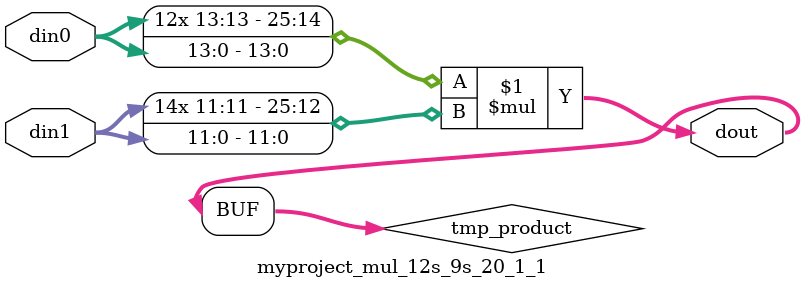
<source format=v>

`timescale 1 ns / 1 ps

 module myproject_mul_12s_9s_20_1_1(din0, din1, dout);
parameter ID = 1;
parameter NUM_STAGE = 0;
parameter din0_WIDTH = 14;
parameter din1_WIDTH = 12;
parameter dout_WIDTH = 26;

input [din0_WIDTH - 1 : 0] din0; 
input [din1_WIDTH - 1 : 0] din1; 
output [dout_WIDTH - 1 : 0] dout;

wire signed [dout_WIDTH - 1 : 0] tmp_product;



























assign tmp_product = $signed(din0) * $signed(din1);








assign dout = tmp_product;





















endmodule

</source>
